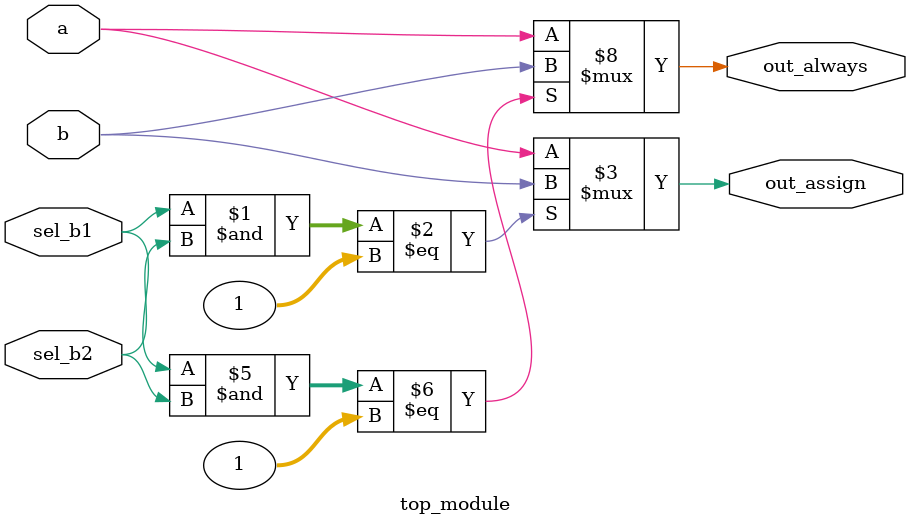
<source format=v>
module top_module(
    input a,
    input b,
    input sel_b1,
    input sel_b2,
    output wire out_assign,
    output reg out_always   ); 
    
    assign out_assign=((sel_b1 & sel_b2)==1)? b:a;

    
    always @(*) begin
        if( (sel_b1 & sel_b2)==1 ) begin 
            out_always=b;
        end 
        
        else begin
            out_always=a;
        end 
    end 
endmodule

</source>
